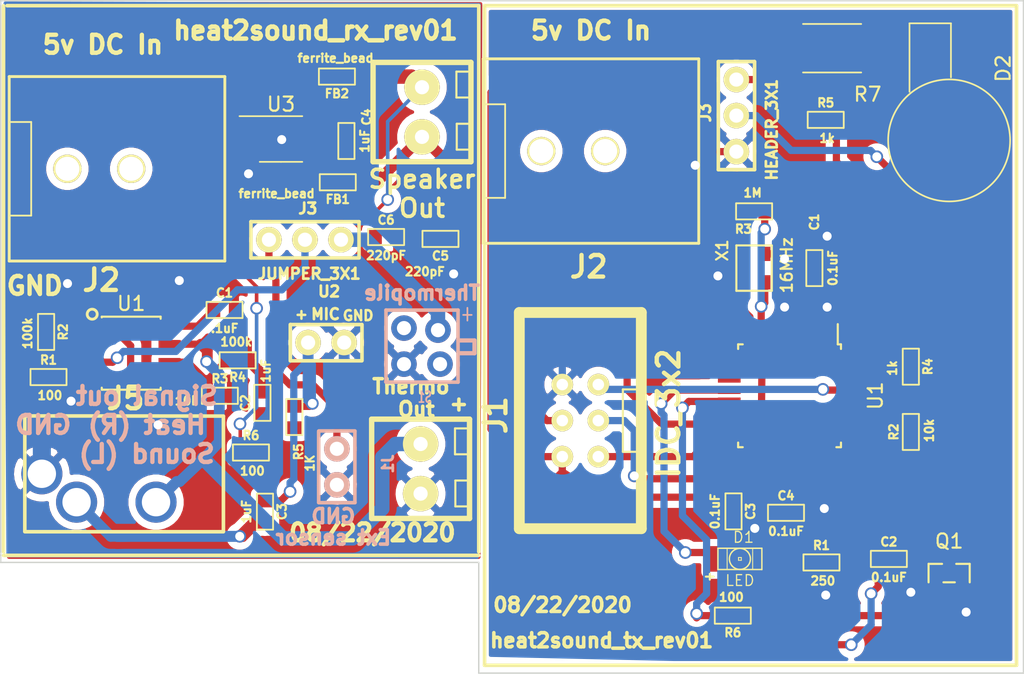
<source format=kicad_pcb>
(kicad_pcb (version 20171130) (host pcbnew 5.1.5-52549c5~86~ubuntu18.04.1)
  (title_block (date "12 jun 2010"))
  (layers (0 Component signal) (31 Copper signal) (34 B.Paste user) (35 F.Paste user) (36 B.SilkS user) (37 F.SilkS user) (38 B.Mask user) (39 F.Mask user) (44 Edge.Cuts user))
  (net 0 "")
  (net 1 GND)
  (net 2 "Net-(C1-Pad1)")
  (net 3 "Net-(C2-Pad2)")
  (net 4 "Net-(C2-Pad1)")
  (net 5 "Net-(C3-Pad2)")
  (net 6 "Net-(C3-Pad1)")
  (net 7 "Net-(C4-Pad1)")
  (net 8 "Net-(C5-Pad1)")
  (net 9 "Net-(C6-Pad1)")
  (net 10 "Net-(FB1-Pad2)")
  (net 11 "Net-(FB2-Pad2)")
  (net 12 "Net-(J1-Pad2)")
  (net 13 "Net-(J2-Pad1)")
  (net 14 "Net-(J3-Pad3)")
  (net 15 "Net-(J3-Pad2)")
  (net 16 "Net-(R1-Pad1)")
  (net 17 "Net-(R2-Pad1)")
  (net 18 "Net-(R3-Pad1)")
  (net 19 "Net-(R6-Pad1)")
  (net 20 +5V)
  (net 21 "Net-(D1-Pad2)")
  (net 22 "Net-(D1-Pad1)")
  (net 23 "Net-(D2-Pad1)")
  (net 24 "Net-(D2-Pad2)")
  (net 25 MOSI)
  (net 26 ~RESET)
  (net 27 SCLK)
  (net 28 MISO)
  (net 29 "Net-(Q1-Pad1)")
  (net 30 "Net-(R3-Pad2)")
  (net 31 RX)
  (net 32 TX)
  (net 33 PulseOut)
  (module ted_connectors:TED_HEADER_2x1 (layer Component) (at 174.75 121)
    (fp_text reference U2 (at 0.2 -3.597) (layer F.SilkS) (effects (font (size 0.762 0.762) (thickness 0.1905))))
    (fp_text value MIC (at -0.05 -2) (layer F.SilkS) (effects (font (size 0.762 0.762) (thickness 0.1905))))
    (pad 2 thru_hole circle (at 1.25984 0) (size 1.8 1.8) (drill 1) (layers *.Cu *.Mask F.SilkS) (net 1 GND))
    (pad 1 thru_hole circle (at -1.28016 0) (size 1.8 1.8) (drill 1) (layers *.Cu *.Mask F.SilkS) (net 6 "Net-(C3-Pad1)"))
  )
  (module ted_connectors:TED_HEADER_2x1 (layer Copper) (at 175.5 129.75 90)
    (fp_text reference J1 (at 0.2 3.597 90) (layer B.SilkS) (effects (font (size 0.762 0.762) (thickness 0.1905)) (justify mirror)))
    (fp_text value TERMINAL_3.5MM_PCB_2PIN hide)
    (pad 2 thru_hole circle (at 1.25984 0 90) (size 1.8 1.8) (drill 1) (layers *.Cu *.Mask B.SilkS) (net 12 "Net-(J1-Pad2)"))
    (pad 1 thru_hole circle (at -1.28016 0 90) (size 1.8 1.8) (drill 1) (layers *.Cu *.Mask B.SilkS) (net 1 GND))
  )
  (module ted_connectors:TED_3.5_Stereo_STX-3150-3N-1 (layer Component) (at 160.5 130.25)
    (fp_text reference J5 (at 0.1016 -5.3086) (layer F.SilkS) (effects (font (size 1.524 1.524) (thickness 0.3048))))
    (fp_text value 3.5_STEREO hide)
    (pad 2 thru_hole circle (at 2.25 2) (size 2.9 2.9) (drill 2) (layers *.Cu *.Mask) (net 3 "Net-(C2-Pad2)"))
    (pad 3 thru_hole circle (at -3.35 2) (size 2.9 2.9) (drill 2) (layers *.Cu *.Mask) (net 5 "Net-(C3-Pad2)"))
    (pad 1 thru_hole circle (at -5.8 0) (size 2.9 2.9) (drill 2) (layers *.Cu *.Mask) (net 1 GND))
  )
  (module ted_capacitors:TED_SM0603_C (layer Component) (at 167.58 118.7)
    (fp_text reference C1 (at 0 -1.2) (layer F.SilkS) (effects (font (size 0.6 0.6))))
    (fp_text value .1uF (at 0 1.3) (layer F.SilkS) (effects (font (size 0.6 0.6))))
    (pad 1 smd rect (at -0.75184 0) (size 0.9 1) (layers Component F.Paste F.Mask) (net 2 "Net-(C1-Pad1)") (clearance 0.1))
    (pad 2 smd rect (at 0.75184 0) (size 0.89916 1.00076) (layers Component F.Paste F.Mask) (net 1 GND) (clearance 0.1))
  )
  (module ted_capacitors:TED_SM0603_C (layer Component) (at 170.25 125.25 90)
    (fp_text reference C2 (at 0 -1.2 90) (layer F.SilkS) (effects (font (size 0.6 0.6))))
    (fp_text value 1uF (at 2.25 0.25 90) (layer F.SilkS) (effects (font (size 0.6 0.6))))
    (pad 2 smd rect (at 0.75184 0 90) (size 0.89916 1.00076) (layers Component F.Paste F.Mask) (net 3 "Net-(C2-Pad2)") (clearance 0.1))
    (pad 1 smd rect (at -0.75184 0 90) (size 0.9 1) (layers Component F.Paste F.Mask) (net 4 "Net-(C2-Pad1)") (clearance 0.1))
  )
  (module ted_capacitors:TED_SM0603_C (layer Component) (at 170.43 132.91816 270)
    (fp_text reference C3 (at 0 -1.2 90) (layer F.SilkS) (effects (font (size 0.6 0.6))))
    (fp_text value 1uF (at 0 1.3 90) (layer F.SilkS) (effects (font (size 0.6 0.6))))
    (pad 2 smd rect (at 0.75184 0 270) (size 0.89916 1.00076) (layers Component F.Paste F.Mask) (net 5 "Net-(C3-Pad2)") (clearance 0.1))
    (pad 1 smd rect (at -0.75184 0 270) (size 0.9 1) (layers Component F.Paste F.Mask) (net 6 "Net-(C3-Pad1)") (clearance 0.1))
  )
  (module ted_capacitors:TED_SM0603_C (layer Component) (at 176.17 106.79 90)
    (fp_text reference C4 (at 1.69 1.43 90) (layer F.SilkS) (effects (font (size 0.6 0.6))))
    (fp_text value 1uF (at 0 1.3 90) (layer F.SilkS) (effects (font (size 0.6 0.6))))
    (pad 1 smd rect (at -0.75184 0 90) (size 0.9 1) (layers Component F.Paste F.Mask) (net 7 "Net-(C4-Pad1)") (clearance 0.1))
    (pad 2 smd rect (at 0.75184 0 90) (size 0.89916 1.00076) (layers Component F.Paste F.Mask) (net 1 GND) (clearance 0.1))
  )
  (module ted_capacitors:TED_SM0603_C (layer Component) (at 182.80184 113.69 180)
    (fp_text reference C5 (at 0 -1.2) (layer F.SilkS) (effects (font (size 0.6 0.6))))
    (fp_text value 220pF (at 1.10184 -2.31) (layer F.SilkS) (effects (font (size 0.6 0.6))))
    (pad 2 smd rect (at 0.75184 0 180) (size 0.89916 1.00076) (layers Component F.Paste F.Mask) (net 1 GND) (clearance 0.1))
    (pad 1 smd rect (at -0.75184 0 180) (size 0.9 1) (layers Component F.Paste F.Mask) (net 8 "Net-(C5-Pad1)") (clearance 0.1))
  )
  (module ted_capacitors:TED_SM0603_C (layer Component) (at 178.97 113.56)
    (fp_text reference C6 (at 0 -1.2) (layer F.SilkS) (effects (font (size 0.6 0.6))))
    (fp_text value 220pF (at 0 1.3) (layer F.SilkS) (effects (font (size 0.6 0.6))))
    (pad 1 smd rect (at -0.75184 0) (size 0.9 1) (layers Component F.Paste F.Mask) (net 9 "Net-(C6-Pad1)") (clearance 0.1))
    (pad 2 smd rect (at 0.75184 0) (size 0.89916 1.00076) (layers Component F.Paste F.Mask) (net 1 GND) (clearance 0.1))
  )
  (module ted_resistors:TED_SM0603_R (layer Component) (at 175.56184 109.7 180)
    (fp_text reference FB1 (at 0 -1.2) (layer F.SilkS) (effects (font (size 0.6 0.6))))
    (fp_text value ferrite_bead (at 4.31184 -0.8) (layer F.SilkS) (effects (font (size 0.6 0.6))))
    (pad 1 smd rect (at -0.75184 0 180) (size 0.89916 1.00076) (layers Component F.Paste F.Mask) (net 8 "Net-(C5-Pad1)") (clearance 0.1))
    (pad 2 smd rect (at 0.75184 0 180) (size 0.89916 1.00076) (layers Component F.Paste F.Mask) (net 10 "Net-(FB1-Pad2)") (clearance 0.1))
  )
  (module ted_resistors:TED_SM0603_R (layer Component) (at 175.50184 102.25 180)
    (fp_text reference FB2 (at 0 -1.2) (layer F.SilkS) (effects (font (size 0.6 0.6))))
    (fp_text value ferrite_bead (at 0.1 1.3) (layer F.SilkS) (effects (font (size 0.6 0.6))))
    (pad 2 smd rect (at 0.75184 0 180) (size 0.89916 1.00076) (layers Component F.Paste F.Mask) (net 11 "Net-(FB2-Pad2)") (clearance 0.1))
    (pad 1 smd rect (at -0.75184 0 180) (size 0.89916 1.00076) (layers Component F.Paste F.Mask) (net 9 "Net-(C6-Pad1)") (clearance 0.1))
  )
  (module ted_connectors:TED_2.1mm_DC_SMD (layer Component) (at 160 108.75 180)
    (fp_text reference J2 (at 1.1 -7.85) (layer F.SilkS) (effects (font (size 1.524 1.524) (thickness 0.3048))))
    (fp_text value DC_2.1mm hide)
    (pad "" np_thru_hole circle (at -1.00076 0 180) (size 1.99898 1.99898) (drill 1.69926) (layers *.Cu *.Mask F.SilkS))
    (pad 1 smd rect (at 3.50012 5.4102 180) (size 1.99898 1.99898) (layers Component F.Paste F.Mask) (net 13 "Net-(J2-Pad1)"))
    (pad 1 smd rect (at -2.60096 5.4102 180) (size 1.99898 1.99898) (layers Component F.Paste F.Mask) (net 13 "Net-(J2-Pad1)"))
    (pad 2 smd rect (at 3.50012 -5.41528 180) (size 1.99898 1.99898) (layers Component F.Paste F.Mask) (net 1 GND))
    (pad 3 smd rect (at -2.60096 -5.41528 180) (size 1.99898 1.99898) (layers Component F.Paste F.Mask))
    (pad "" np_thru_hole circle (at 3.50012 0 180) (size 1.99898 1.99898) (drill 1.69926) (layers *.Cu *.Mask F.SilkS))
  )
  (module ted_connectors:TED_HEADER_3x1 (layer Component) (at 173.25 113.75)
    (fp_text reference J3 (at 0.2 -2.2) (layer F.SilkS) (effects (font (size 0.762 0.762) (thickness 0.1905))))
    (fp_text value JUMPER_3X1 (at 0.3 2.4) (layer F.SilkS) (effects (font (size 0.762 0.762) (thickness 0.1905))))
    (pad 3 thru_hole circle (at 2.54 0) (size 1.8 1.8) (drill 1) (layers *.Cu *.Mask F.SilkS) (net 14 "Net-(J3-Pad3)"))
    (pad 2 thru_hole circle (at 0 0) (size 1.8 1.8) (drill 1) (layers *.Cu *.Mask F.SilkS) (net 15 "Net-(J3-Pad2)"))
    (pad 1 thru_hole circle (at -2.54 0) (size 1.8 1.8) (drill 1) (layers *.Cu *.Mask F.SilkS) (net 12 "Net-(J1-Pad2)"))
  )
  (module ted_connectors:TED_TERMINAL_3.5MM_2PIN (layer Component) (at 181.4 129.9 270)
    (fp_text reference J4 hide)
    (fp_text value TERMINAL_3.5MM_PCB_2PIN hide)
    (pad 1 thru_hole circle (at -1.75006 0 270) (size 2.5 2.5) (drill 1) (layers *.Cu *.Mask F.SilkS) (net 3 "Net-(C2-Pad2)") (clearance 0.5))
    (pad 2 thru_hole circle (at 1.75006 0 270) (size 2.5 2.5) (drill 1) (layers *.Cu *.Mask F.SilkS) (net 1 GND) (clearance 0.5))
  )
  (module ted_connectors:TED_TERMINAL_3.5MM_2PIN (layer Component) (at 181.5 104.75 270)
    (fp_text reference J6 hide)
    (fp_text value TERMINAL_3.5MM_PCB_2PIN hide)
    (pad 1 thru_hole circle (at -1.75006 0 270) (size 2.5 2.5) (drill 1) (layers *.Cu *.Mask F.SilkS) (net 9 "Net-(C6-Pad1)") (clearance 0.5))
    (pad 2 thru_hole circle (at 1.75006 0 270) (size 2.5 2.5) (drill 1) (layers *.Cu *.Mask F.SilkS) (net 8 "Net-(C5-Pad1)") (clearance 0.5))
  )
  (module ted_resistors:TED_SM0603_R (layer Component) (at 155.17 123.43)
    (fp_text reference R1 (at 0 -1.2) (layer F.SilkS) (effects (font (size 0.6 0.6))))
    (fp_text value 100 (at 0.1 1.3) (layer F.SilkS) (effects (font (size 0.6 0.6))))
    (pad 2 smd rect (at 0.75184 0) (size 0.89916 1.00076) (layers Component F.Paste F.Mask) (net 1 GND) (clearance 0.1))
    (pad 1 smd rect (at -0.75184 0) (size 0.89916 1.00076) (layers Component F.Paste F.Mask) (net 16 "Net-(R1-Pad1)") (clearance 0.1))
  )
  (module ted_resistors:TED_SM0603_R (layer Component) (at 155 120.25 270)
    (fp_text reference R2 (at 0 -1.2 90) (layer F.SilkS) (effects (font (size 0.6 0.6))))
    (fp_text value 100k (at 0.1 1.3 90) (layer F.SilkS) (effects (font (size 0.6 0.6))))
    (pad 2 smd rect (at 0.75184 0 270) (size 0.89916 1.00076) (layers Component F.Paste F.Mask) (net 16 "Net-(R1-Pad1)") (clearance 0.1))
    (pad 1 smd rect (at -0.75184 0 270) (size 0.89916 1.00076) (layers Component F.Paste F.Mask) (net 17 "Net-(R2-Pad1)") (clearance 0.1))
  )
  (module ted_resistors:TED_SM0603_R (layer Component) (at 167.25 124.75)
    (fp_text reference R3 (at 0 -1.2) (layer F.SilkS) (effects (font (size 0.6 0.6))))
    (fp_text value 10k (at -2.35 0.35) (layer F.SilkS) (effects (font (size 0.6 0.6))))
    (pad 2 smd rect (at 0.75184 0) (size 0.89916 1.00076) (layers Component F.Paste F.Mask) (net 1 GND) (clearance 0.1))
    (pad 1 smd rect (at -0.75184 0) (size 0.89916 1.00076) (layers Component F.Paste F.Mask) (net 18 "Net-(R3-Pad1)") (clearance 0.1))
  )
  (module ted_resistors:TED_SM0603_R (layer Component) (at 168.50184 122.25 180)
    (fp_text reference R4 (at 0 -1.2) (layer F.SilkS) (effects (font (size 0.6 0.6))))
    (fp_text value 100k (at 0.1 1.3) (layer F.SilkS) (effects (font (size 0.6 0.6))))
    (pad 1 smd rect (at -0.75184 0 180) (size 0.89916 1.00076) (layers Component F.Paste F.Mask) (net 3 "Net-(C2-Pad2)") (clearance 0.1))
    (pad 2 smd rect (at 0.75184 0 180) (size 0.89916 1.00076) (layers Component F.Paste F.Mask) (net 18 "Net-(R3-Pad1)") (clearance 0.1))
  )
  (module ted_resistors:TED_SM0603_R (layer Component) (at 172.5 126.24816 90)
    (fp_text reference R5 (at -2.45184 0.3 90) (layer F.SilkS) (effects (font (size 0.6 0.6))))
    (fp_text value 1K (at -3.25184 1.1 90) (layer F.SilkS) (effects (font (size 0.6 0.6))))
    (pad 1 smd rect (at -0.75184 0 90) (size 0.89916 1.00076) (layers Component F.Paste F.Mask) (clearance 0.1))
    (pad 2 smd rect (at 0.75184 0 90) (size 0.89916 1.00076) (layers Component F.Paste F.Mask) (net 6 "Net-(C3-Pad1)") (clearance 0.1))
  )
  (module ted_resistors:TED_SM0603_R (layer Component) (at 169.44184 128.75)
    (fp_text reference R6 (at 0 -1.2) (layer F.SilkS) (effects (font (size 0.6 0.6))))
    (fp_text value 100 (at 0.1 1.3) (layer F.SilkS) (effects (font (size 0.6 0.6))))
    (pad 1 smd rect (at -0.75184 0) (size 0.89916 1.00076) (layers Component F.Paste F.Mask) (net 19 "Net-(R6-Pad1)") (clearance 0.1))
    (pad 2 smd rect (at 0.75184 0) (size 0.89916 1.00076) (layers Component F.Paste F.Mask) (net 4 "Net-(C2-Pad1)") (clearance 0.1))
  )
  (module ted_ICs:SOIC-8 (layer Component) (at 161 121.75)
    (fp_text reference U1 (at 0 -3.5) (layer F.SilkS))
    (fp_text value MCP6V02)
    (pad 1 smd rect (at -2.7 -1.905) (size 1.55 0.6) (layers Component F.Paste F.Mask) (net 17 "Net-(R2-Pad1)"))
    (pad 2 smd rect (at -2.7 -0.635) (size 1.55 0.6) (layers Component F.Paste F.Mask) (net 16 "Net-(R1-Pad1)"))
    (pad 3 smd rect (at -2.7 0.635) (size 1.55 0.6) (layers Component F.Paste F.Mask) (net 15 "Net-(J3-Pad2)"))
    (pad 4 smd rect (at -2.7 1.905) (size 1.55 0.6) (layers Component F.Paste F.Mask) (net 1 GND))
    (pad 5 smd rect (at 2.7 1.905) (size 1.55 0.6) (layers Component F.Paste F.Mask) (net 17 "Net-(R2-Pad1)"))
    (pad 6 smd rect (at 2.7 0.635) (size 1.55 0.6) (layers Component F.Paste F.Mask) (net 18 "Net-(R3-Pad1)"))
    (pad 7 smd rect (at 2.7 -0.635) (size 1.55 0.6) (layers Component F.Paste F.Mask) (net 3 "Net-(C2-Pad2)"))
    (pad 8 smd rect (at 2.7 -1.905) (size 1.55 0.6) (layers Component F.Paste F.Mask) (net 2 "Net-(C1-Pad1)"))
  )
  (module Package_SO:MSOP-8_3x3mm_P0.65mm (layer Component) (at 171.56 106.65)
    (fp_text reference U3 (at 0 -2.45) (layer F.SilkS))
    (fp_text value PAM8302A)
    (pad 1 smd roundrect (at -2.1125 -0.975) (size 1.625 0.5) (layers Component F.Paste F.Mask))
    (pad 2 smd roundrect (at -2.1125 -0.325) (size 1.625 0.5) (layers Component F.Paste F.Mask))
    (pad 3 smd roundrect (at -2.1125 0.325) (size 1.625 0.5) (layers Component F.Paste F.Mask) (net 19 "Net-(R6-Pad1)"))
    (pad 4 smd roundrect (at -2.1125 0.975) (size 1.625 0.5) (layers Component F.Paste F.Mask) (net 1 GND))
    (pad 5 smd roundrect (at 2.1125 0.975) (size 1.625 0.5) (layers Component F.Paste F.Mask) (net 10 "Net-(FB1-Pad2)"))
    (pad 6 smd roundrect (at 2.1125 0.325) (size 1.625 0.5) (layers Component F.Paste F.Mask) (net 7 "Net-(C4-Pad1)"))
    (pad 7 smd roundrect (at 2.1125 -0.325) (size 1.625 0.5) (layers Component F.Paste F.Mask) (net 1 GND))
    (pad 8 smd roundrect (at 2.1125 -0.975) (size 1.625 0.5) (layers Component F.Paste F.Mask) (net 11 "Net-(FB2-Pad2)"))
  )
  (module ted_connectors:TED_HEADER_2x2_THERMO (layer Copper) (at 181.5 121.25)
    (fp_text reference S1 (at 0.2 3.597) (layer B.SilkS) (effects (font (size 0.762 0.5) (thickness 0.125)) (justify mirror)))
    (fp_text value THERMOPILE_MLX90247 hide)
    (pad 4 thru_hole circle (at 1.27 1.27) (size 1.8 1.8) (drill 1) (layers *.Cu *.Mask))
    (pad 3 thru_hole circle (at -1.27 1.27) (size 1.8 1.8) (drill 1) (layers *.Cu *.Mask) (net 1 GND))
    (pad 2 thru_hole circle (at -1.27 -1.27) (size 1.8 1.8) (drill 1) (layers *.Cu *.Mask))
    (pad 1 thru_hole circle (at 1.127 -1.127) (size 1.8 1.8) (drill 1) (layers *.Cu *.Mask) (net 14 "Net-(J3-Pad3)"))
  )
  (module ted_ICs:TQFP-32_7x7mm_Pitch0.8mm (layer Component) (at 207.41 124.75 270)
    (fp_text reference U1 (at 0 -6.05 90) (layer F.SilkS))
    (fp_text value ATMEGA328P-AU)
    (pad 32 smd rect (at -2.8 -4.25) (size 1.6 0.55) (layers Component F.Paste F.Mask))
    (pad 31 smd rect (at -2 -4.25) (size 1.6 0.55) (layers Component F.Paste F.Mask) (net 32 TX))
    (pad 30 smd rect (at -1.2 -4.25) (size 1.6 0.55) (layers Component F.Paste F.Mask) (net 31 RX))
    (pad 29 smd rect (at -0.4 -4.25) (size 1.6 0.55) (layers Component F.Paste F.Mask) (net 26 ~RESET))
    (pad 28 smd rect (at 0.4 -4.25) (size 1.6 0.55) (layers Component F.Paste F.Mask))
    (pad 27 smd rect (at 1.2 -4.25) (size 1.6 0.55) (layers Component F.Paste F.Mask))
    (pad 26 smd rect (at 2 -4.25) (size 1.6 0.55) (layers Component F.Paste F.Mask))
    (pad 25 smd rect (at 2.8 -4.25) (size 1.6 0.55) (layers Component F.Paste F.Mask))
    (pad 24 smd rect (at 4.25 -2.8 270) (size 1.6 0.55) (layers Component F.Paste F.Mask))
    (pad 23 smd rect (at 4.25 -2 270) (size 1.6 0.55) (layers Component F.Paste F.Mask))
    (pad 22 smd rect (at 4.25 -1.2 270) (size 1.6 0.55) (layers Component F.Paste F.Mask))
    (pad 21 smd rect (at 4.25 -0.4 270) (size 1.6 0.55) (layers Component F.Paste F.Mask) (net 1 GND))
    (pad 20 smd rect (at 4.25 0.4 270) (size 1.6 0.55) (layers Component F.Paste F.Mask) (net 7 "Net-(C4-Pad1)"))
    (pad 19 smd rect (at 4.25 1.2 270) (size 1.6 0.55) (layers Component F.Paste F.Mask))
    (pad 18 smd rect (at 4.25 2 270) (size 1.6 0.55) (layers Component F.Paste F.Mask) (net 20 +5V))
    (pad 17 smd rect (at 4.25 2.8 270) (size 1.6 0.55) (layers Component F.Paste F.Mask) (net 27 SCLK))
    (pad 16 smd rect (at 2.8 4.25) (size 1.6 0.55) (layers Component F.Paste F.Mask) (net 28 MISO))
    (pad 15 smd rect (at 2 4.25) (size 1.6 0.55) (layers Component F.Paste F.Mask) (net 25 MOSI))
    (pad 14 smd rect (at 1.2 4.25) (size 1.6 0.55) (layers Component F.Paste F.Mask))
    (pad 13 smd rect (at 0.4 4.25) (size 1.6 0.55) (layers Component F.Paste F.Mask) (net 33 PulseOut))
    (pad 12 smd rect (at -0.4 4.25) (size 1.6 0.55) (layers Component F.Paste F.Mask) (net 22 "Net-(D1-Pad1)"))
    (pad 11 smd rect (at -1.2 4.25) (size 1.6 0.55) (layers Component F.Paste F.Mask))
    (pad 10 smd rect (at -2 4.25) (size 1.6 0.55) (layers Component F.Paste F.Mask))
    (pad 9 smd rect (at -2.8 4.25) (size 1.6 0.55) (layers Component F.Paste F.Mask))
    (pad 8 smd rect (at -4.25 2.8 270) (size 1.6 0.55) (layers Component F.Paste F.Mask) (net 30 "Net-(R3-Pad2)"))
    (pad 7 smd rect (at -4.25 2 270) (size 1.6 0.55) (layers Component F.Paste F.Mask) (net 18 "Net-(R3-Pad1)"))
    (pad 6 smd rect (at -4.25 1.2 270) (size 1.6 0.55) (layers Component F.Paste F.Mask) (net 20 +5V))
    (pad 5 smd rect (at -4.25 0.4 270) (size 1.6 0.55) (layers Component F.Paste F.Mask) (net 1 GND))
    (pad 4 smd rect (at -4.25 -0.4 270) (size 1.6 0.55) (layers Component F.Paste F.Mask) (net 20 +5V))
    (pad 3 smd rect (at -4.25 -1.2 270) (size 1.6 0.55) (layers Component F.Paste F.Mask) (net 1 GND))
    (pad 2 smd rect (at -4.25 -2 270) (size 1.6 0.55) (layers Component F.Paste F.Mask))
    (pad 1 smd rect (at -4.25 -2.8 270) (size 1.6 0.55) (layers Component F.Paste F.Mask))
  )
  (module ted_crystals:crystal_TSX3225 (layer Component) (at 204.91 115.75 90)
    (fp_text reference X1 (at 1.25 -2.25 90) (layer F.SilkS) (effects (font (size 0.8 0.8))))
    (fp_text value 16MHz (at 0.2 2.3 90) (layer F.SilkS) (effects (font (size 0.8 0.8))))
    (pad 3 smd rect (at 1 -0.75 90) (size 1 0.8) (layers Component F.Paste F.Mask) (net 30 "Net-(R3-Pad2)"))
    (pad 4 smd rect (at -1 -0.75 90) (size 1 0.8) (layers Component F.Paste F.Mask) (net 1 GND))
    (pad 2 smd rect (at 1 0.75 90) (size 1 0.8) (layers Component F.Paste F.Mask) (net 1 GND))
    (pad 1 smd rect (at -1 0.75 90) (size 1 0.8) (layers Component F.Paste F.Mask) (net 18 "Net-(R3-Pad1)"))
  )
  (module ted_resistors:TED_R_2512_6332Metric (layer Component) (at 210.41 100.25)
    (fp_text reference R7 (at 2.5 3.25) (layer F.SilkS))
    (fp_text value 10)
    (pad 2 smd roundrect (at 2.9 0) (size 2 3.35) (layers Component F.Paste F.Mask) (roundrect_rratio 0.185) (net 23 "Net-(D2-Pad1)"))
    (pad 1 smd roundrect (at -2.9 0) (size 2 3.35) (layers Component F.Paste F.Mask) (roundrect_rratio 0.185) (net 20 +5V))
  )
  (module ted_resistors:TED_SM0603_R (layer Component) (at 203.41 140.25 180)
    (fp_text reference R6 (at 0 -1.2) (layer F.SilkS) (effects (font (size 0.6 0.6))))
    (fp_text value 100 (at 0.1 1.3) (layer F.SilkS) (effects (font (size 0.6 0.6))))
    (pad 1 smd rect (at -0.75184 0 180) (size 0.89916 1.00076) (layers Component F.Paste F.Mask) (net 29 "Net-(Q1-Pad1)") (clearance 0.1))
    (pad 2 smd rect (at 0.75184 0 180) (size 0.89916 1.00076) (layers Component F.Paste F.Mask) (net 33 PulseOut) (clearance 0.1))
  )
  (module ted_resistors:TED_SM0603_R (layer Component) (at 209.96 105.3)
    (fp_text reference R5 (at 0 -1.2) (layer F.SilkS) (effects (font (size 0.6 0.6))))
    (fp_text value 1k (at 0.1 1.3) (layer F.SilkS) (effects (font (size 0.6 0.6))))
    (pad 1 smd rect (at -0.75184 0) (size 0.89916 1.00076) (layers Component F.Paste F.Mask) (net 14 "Net-(J3-Pad3)") (clearance 0.1))
    (pad 2 smd rect (at 0.75184 0) (size 0.89916 1.00076) (layers Component F.Paste F.Mask) (net 32 TX) (clearance 0.1))
  )
  (module ted_resistors:TED_SM0603_R (layer Component) (at 215.96 122.7 270)
    (fp_text reference R4 (at 0 -1.2 90) (layer F.SilkS) (effects (font (size 0.6 0.6))))
    (fp_text value 1k (at 0.1 1.3 90) (layer F.SilkS) (effects (font (size 0.6 0.6))))
    (pad 1 smd rect (at -0.75184 0 270) (size 0.89916 1.00076) (layers Component F.Paste F.Mask) (net 15 "Net-(J3-Pad2)") (clearance 0.1))
    (pad 2 smd rect (at 0.75184 0 270) (size 0.89916 1.00076) (layers Component F.Paste F.Mask) (net 31 RX) (clearance 0.1))
  )
  (module ted_resistors:TED_SM0603_R (layer Component) (at 204.91 111.75 180)
    (fp_text reference R3 (at 0.75 -1.25) (layer F.SilkS) (effects (font (size 0.6 0.6))))
    (fp_text value 1M (at 0.1 1.3) (layer F.SilkS) (effects (font (size 0.6 0.6))))
    (pad 1 smd rect (at -0.75184 0 180) (size 0.89916 1.00076) (layers Component F.Paste F.Mask) (net 18 "Net-(R3-Pad1)") (clearance 0.1))
    (pad 2 smd rect (at 0.75184 0 180) (size 0.89916 1.00076) (layers Component F.Paste F.Mask) (net 30 "Net-(R3-Pad2)") (clearance 0.1))
  )
  (module ted_resistors:TED_SM0603_R (layer Component) (at 215.96 127.3 90)
    (fp_text reference R2 (at 0 -1.2 90) (layer F.SilkS) (effects (font (size 0.6 0.6))))
    (fp_text value 10k (at 0.1 1.3 90) (layer F.SilkS) (effects (font (size 0.6 0.6))))
    (pad 1 smd rect (at -0.75184 0 90) (size 0.89916 1.00076) (layers Component F.Paste F.Mask) (net 20 +5V) (clearance 0.1))
    (pad 2 smd rect (at 0.75184 0 90) (size 0.89916 1.00076) (layers Component F.Paste F.Mask) (net 26 ~RESET) (clearance 0.1))
  )
  (module ted_resistors:TED_SM0603_R (layer Component) (at 209.66 136.5)
    (fp_text reference R1 (at 0 -1.2) (layer F.SilkS) (effects (font (size 0.6 0.6))))
    (fp_text value 250 (at 0.1 1.3) (layer F.SilkS) (effects (font (size 0.6 0.6))))
    (pad 1 smd rect (at -0.75184 0) (size 0.89916 1.00076) (layers Component F.Paste F.Mask) (net 21 "Net-(D1-Pad2)") (clearance 0.1))
    (pad 2 smd rect (at 0.75184 0) (size 0.89916 1.00076) (layers Component F.Paste F.Mask) (net 1 GND) (clearance 0.1))
  )
  (module ted_transistors:TED_SOT-23 (layer Component) (at 218.66 137.25)
    (fp_text reference Q1 (at 0 -2.25) (layer F.SilkS))
    (fp_text value NMOSFET_GSD hide)
    (pad 3 smd rect (at 0 -1) (size 0.8001 0.8001) (layers Component F.Paste F.Mask) (net 24 "Net-(D2-Pad2)"))
    (pad 2 smd rect (at 0.95 1) (size 0.8001 0.8001) (layers Component F.Paste F.Mask) (net 1 GND))
    (pad 1 smd rect (at -0.95 1) (size 0.8001 0.8001) (layers Component F.Paste F.Mask) (net 29 "Net-(Q1-Pad1)"))
  )
  (module ted_connectors:TED_HEADER_3x1 (layer Component) (at 203.66 105 90)
    (fp_text reference J3 (at 0.2 -2.2 90) (layer F.SilkS) (effects (font (size 0.762 0.762) (thickness 0.1905))))
    (fp_text value HEADER_3X1 (at -1 2.5 90) (layer F.SilkS) (effects (font (size 0.762 0.762) (thickness 0.1905))))
    (pad 1 thru_hole circle (at -2.54 0 90) (size 1.8 1.8) (drill 1) (layers *.Cu *.Mask F.SilkS) (net 1 GND))
    (pad 2 thru_hole circle (at 0 0 90) (size 1.8 1.8) (drill 1) (layers *.Cu *.Mask F.SilkS) (net 15 "Net-(J3-Pad2)"))
    (pad 3 thru_hole circle (at 2.54 0 90) (size 1.8 1.8) (drill 1) (layers *.Cu *.Mask F.SilkS) (net 14 "Net-(J3-Pad3)"))
  )
  (module ted_connectors:TED_2.1mm_DC_SMD (layer Component) (at 193.41 107.5 180)
    (fp_text reference J2 (at 0.15748 -8.15848) (layer F.SilkS) (effects (font (size 1.524 1.524) (thickness 0.3048))))
    (fp_text value DC_2.1mm hide)
    (pad "" np_thru_hole circle (at 3.50012 0 180) (size 1.99898 1.99898) (drill 1.69926) (layers *.Cu *.Mask F.SilkS))
    (pad 3 smd rect (at -2.60096 -5.41528 180) (size 1.99898 1.99898) (layers Component F.Paste F.Mask))
    (pad 2 smd rect (at 3.50012 -5.41528 180) (size 1.99898 1.99898) (layers Component F.Paste F.Mask) (net 1 GND))
    (pad 1 smd rect (at -2.60096 5.4102 180) (size 1.99898 1.99898) (layers Component F.Paste F.Mask) (net 20 +5V))
    (pad 1 smd rect (at 3.50012 5.4102 180) (size 1.99898 1.99898) (layers Component F.Paste F.Mask) (net 20 +5V))
    (pad "" np_thru_hole circle (at -1.00076 0 180) (size 1.99898 1.99898) (drill 1.69926) (layers *.Cu *.Mask F.SilkS))
  )
  (module ted_connectors:TED_IDC_3x2 (layer Component) (at 192.66 126.5 90)
    (fp_text reference J1 (at 0.381 -5.969 90) (layer F.SilkS) (effects (font (size 1.524 1.524) (thickness 0.3048))))
    (fp_text value IDC_3x2 (at 0.508 6.223 90) (layer F.SilkS) (effects (font (size 1.524 1.524) (thickness 0.3048))))
    (pad 2 thru_hole circle (at -2.54 -1.27 90) (size 1.524 1.524) (drill 0.8128) (layers *.Cu *.Mask F.SilkS) (net 20 +5V))
    (pad 4 thru_hole circle (at 0 -1.27 90) (size 1.524 1.524) (drill 0.8128) (layers *.Cu *.Mask F.SilkS) (net 25 MOSI))
    (pad 6 thru_hole circle (at 2.54 -1.27 90) (size 1.524 1.524) (drill 0.8128) (layers *.Cu *.Mask F.SilkS) (net 1 GND))
    (pad 5 thru_hole circle (at 2.54 1.27 90) (size 1.524 1.524) (drill 0.8128) (layers *.Cu *.Mask F.SilkS) (net 26 ~RESET))
    (pad 3 thru_hole circle (at 0 1.27 90) (size 1.524 1.524) (drill 0.8128) (layers *.Cu *.Mask F.SilkS) (net 27 SCLK))
    (pad 1 thru_hole circle (at -2.54 1.27 90) (size 1.524 1.524) (drill 0.8128) (layers *.Cu *.Mask F.SilkS) (net 28 MISO))
  )
  (module LED_SMD:LED_1W_3W_R8 (layer Component) (at 218.66 106.75 270)
    (fp_text reference D2 (at -5.08 -3.81 90) (layer F.SilkS))
    (fp_text value LED)
    (pad 3 smd circle (at 0 0 270) (size 5.7 5.7) (layers Component F.Paste F.Mask))
    (pad 1 smd rect (at -6.35 1.35 270) (size 3.5 2.7) (layers Component F.Paste F.Mask) (net 23 "Net-(D2-Pad1)"))
    (pad 2 smd rect (at 6.35 -1.35 270) (size 3.5 2.7) (layers Component F.Paste F.Mask) (net 24 "Net-(D2-Pad2)"))
  )
  (module ted_led:TED_LED-1206 (layer Component) (at 203.91 136.25)
    (fp_text reference D1 (at 0.254 -1.524) (layer F.SilkS) (effects (font (size 0.762 0.762) (thickness 0.0889))))
    (fp_text value LED (at 0 1.524) (layer F.SilkS) (effects (font (size 0.762 0.762) (thickness 0.0889))))
    (pad 2 smd rect (at 1.41986 0) (size 1.59766 1.80086) (layers Component F.Paste F.Mask) (net 21 "Net-(D1-Pad2)"))
    (pad 1 smd rect (at -1.41986 0) (size 1.59766 1.80086) (layers Component F.Paste F.Mask) (net 22 "Net-(D1-Pad1)"))
  )
  (module ted_capacitors:TED_SM0603_C (layer Component) (at 207.16 133)
    (fp_text reference C4 (at 0 -1.2) (layer F.SilkS) (effects (font (size 0.6 0.6))))
    (fp_text value 0.1uF (at 0 1.3) (layer F.SilkS) (effects (font (size 0.6 0.6))))
    (pad 1 smd rect (at -0.75184 0) (size 0.9 1) (layers Component F.Paste F.Mask) (net 7 "Net-(C4-Pad1)") (clearance 0.1))
    (pad 2 smd rect (at 0.75184 0) (size 0.89916 1.00076) (layers Component F.Paste F.Mask) (net 1 GND) (clearance 0.1))
  )
  (module ted_capacitors:TED_SM0603_C (layer Component) (at 203.46 132.9 270)
    (fp_text reference C3 (at 0 -1.2 90) (layer F.SilkS) (effects (font (size 0.6 0.6))))
    (fp_text value 0.1uF (at 0 1.3 90) (layer F.SilkS) (effects (font (size 0.6 0.6))))
    (pad 1 smd rect (at -0.75184 0 270) (size 0.9 1) (layers Component F.Paste F.Mask) (net 20 +5V) (clearance 0.1))
    (pad 2 smd rect (at 0.75184 0 270) (size 0.89916 1.00076) (layers Component F.Paste F.Mask) (net 1 GND) (clearance 0.1))
  )
  (module ted_capacitors:TED_SM0603_C (layer Component) (at 214.41 136.25)
    (fp_text reference C2 (at 0 -1.2) (layer F.SilkS) (effects (font (size 0.6 0.6))))
    (fp_text value 0.1uF (at 0 1.3) (layer F.SilkS) (effects (font (size 0.6 0.6))))
    (pad 1 smd rect (at -0.75184 0) (size 0.9 1) (layers Component F.Paste F.Mask) (net 20 +5V) (clearance 0.1))
    (pad 2 smd rect (at 0.75184 0) (size 0.89916 1.00076) (layers Component F.Paste F.Mask) (net 1 GND) (clearance 0.1))
  )
  (module ted_capacitors:TED_SM0603_C (layer Component) (at 209.16 115.75 90)
    (fp_text reference C1 (at 3.25 0 90) (layer F.SilkS) (effects (font (size 0.6 0.6))))
    (fp_text value 0.1uF (at 0 1.3 90) (layer F.SilkS) (effects (font (size 0.6 0.6))))
    (pad 1 smd rect (at -0.75184 0 90) (size 0.9 1) (layers Component F.Paste F.Mask) (net 20 +5V) (clearance 0.1))
    (pad 2 smd rect (at 0.75184 0 90) (size 0.89916 1.00076) (layers Component F.Paste F.Mask) (net 1 GND) (clearance 0.1))
  )
  (gr_line (start 151.8 136.5) (end 151.8 96.9) (layer Edge.Cuts) (width 0.09906))
  (gr_line (start 185.5 136.5) (end 151.8 136.5) (layer Edge.Cuts) (width 0.09906))
  (gr_line (start 185.5 144.3) (end 185.5 136.5) (layer Edge.Cuts) (width 0.09906))
  (gr_line (start 223.9 144.3) (end 185.5 144.3) (layer Edge.Cuts) (width 0.09906))
  (gr_line (start 223.9 96.9) (end 223.9 144.3) (layer Edge.Cuts) (width 0.09906))
  (gr_line (start 151.8 96.9) (end 223.9 96.9) (layer Edge.Cuts) (width 0.09906))
  (gr_text + (at 184.1 125.3) (layer F.SilkS) (effects (font (size 1 1) (thickness 0.25))))
  (gr_text GND (at 177 119.1) (layer F.SilkS) (effects (font (size 0.7 0.7) (thickness 0.175))))
  (gr_text + (at 173 119) (layer F.SilkS) (effects (font (size 0.7 0.7) (thickness 0.175))))
  (gr_text GND (at 175.25 133.25) (layer B.SilkS) (effects (font (size 1 1) (thickness 0.25)) (justify mirror)))
  (gr_line (start 152 135.75) (end 152 97.25) (layer F.SilkS) (width 0.254))
  (gr_line (start 185.5 136) (end 152 136) (layer F.SilkS) (width 0.254))
  (gr_line (start 185.5 97.25) (end 185.5 135.75) (layer F.SilkS) (width 0.254))
  (gr_line (start 152.25 97.25) (end 185.5 97.25) (layer F.SilkS) (width 0.254))
  (gr_text 08/22/2020 (at 178 134.4) (layer F.SilkS) (effects (font (size 1.2 1.2) (thickness 0.3))))
  (gr_text "Thermo \nOut" (at 181.1 124.9) (layer F.SilkS) (effects (font (size 1 1) (thickness 0.25))))
  (gr_text "Speaker\nOut" (at 181.5 110.5) (layer F.SilkS) (effects (font (size 1.27 1.27) (thickness 0.25))))
  (gr_text "Ext sensor" (at 175.25 134.75) (layer B.SilkS) (effects (font (size 1.016 1.016) (thickness 0.254)) (justify mirror)))
  (gr_text heat2sound_rx_rev01 (at 174 99) (layer F.SilkS) (effects (font (size 1.27 1.27) (thickness 0.3175))))
  (gr_text "Signal out\nHeat (R)\nSound (L)" (at 162.1 126.8) (layer B.SilkS) (effects (font (size 1.27 1.27) (thickness 0.3048)) (justify mirror)))
  (gr_text GND (at 154.8 126.8) (layer B.SilkS) (effects (font (size 1.27 1.27) (thickness 0.3048)) (justify mirror)))
  (gr_text GND (at 154.2 117) (layer F.SilkS) (effects (font (size 1.27 1.27) (thickness 0.3048))))
  (gr_text "5v DC In" (at 159 100) (layer F.SilkS) (effects (font (size 1.27 1.27) (thickness 0.3048))))
  (gr_text Thermopile (at 181.5 117.5) (layer B.SilkS) (effects (font (size 1 1) (thickness 0.25)) (justify mirror)))
  (gr_line (start 185.91 143.75) (end 185.91 97.25) (layer F.SilkS) (width 0.254))
  (gr_line (start 223.41 143.75) (end 185.91 143.75) (layer F.SilkS) (width 0.254))
  (gr_line (start 223.41 97.25) (end 223.41 143.75) (layer F.SilkS) (width 0.254))
  (gr_line (start 185.91 97.25) (end 223.41 97.25) (layer F.SilkS) (width 0.254))
  (gr_text 08/22/2020 (at 191.41 139.5) (layer F.SilkS) (effects (font (size 1 1) (thickness 0.25))))
  (gr_text heat2sound_tx_rev01 (at 194.16 142) (layer F.SilkS) (effects (font (size 1 1) (thickness 0.25))))
  (gr_text "5v DC In" (at 193.41 99) (layer F.SilkS) (effects (font (size 1.27 1.27) (thickness 0.3048))))
  (segment (start 155.92184 123.43) (end 155.92184 123.58184) (width 0.508) (layer Component) (net 1))
  (segment (start 155.92184 123.58184) (end 156.43 124.09) (width 0.508) (layer Component) (net 1))
  (segment (start 156.43 124.09) (end 157.72 124.09) (width 0.508) (layer Component) (net 1))
  (segment (start 158.155 123.655) (end 157.72 124.09) (width 0.508) (layer Component) (net 1))
  (segment (start 158.3 123.655) (end 158.155 123.655) (width 0.508) (layer Component) (net 1))
  (segment (start 154.7 128.199391) (end 155.91 126.989391) (width 1.27) (layer Copper) (net 1))
  (segment (start 154.7 130.25) (end 154.7 128.199391) (width 1.27) (layer Copper) (net 1))
  (via (at 156.76 125.13) (size 0.889) (drill 0.635) (layers Component Copper) (net 1))
  (segment (start 155.92184 123.43) (end 155.92184 124.29184) (width 0.508) (layer Component) (net 1))
  (segment (start 155.92184 124.29184) (end 156.76 125.13) (width 0.508) (layer Component) (net 1))
  (via (at 169.27 109.1) (size 0.889) (drill 0.635) (layers Component Copper) (net 1))
  (segment (start 169.4475 107.625) (end 169.4475 108.9225) (width 0.254) (layer Component) (net 1))
  (segment (start 169.4475 108.9225) (end 169.27 109.1) (width 0.254) (layer Component) (net 1))
  (via (at 171.61 106.69) (size 0.889) (drill 0.635) (layers Component Copper) (net 1))
  (segment (start 173.6725 106.325) (end 171.975 106.325) (width 0.254) (layer Component) (net 1))
  (segment (start 171.975 106.325) (end 171.61 106.69) (width 0.254) (layer Component) (net 1))
  (segment (start 175.41562 106.03816) (end 176.17 106.03816) (width 0.254) (layer Component) (net 1))
  (segment (start 175.14777 106.30601) (end 175.41562 106.03816) (width 0.254) (layer Component) (net 1))
  (segment (start 174.21399 106.30601) (end 175.14777 106.30601) (width 0.254) (layer Component) (net 1))
  (segment (start 174.195 106.325) (end 174.21399 106.30601) (width 0.254) (layer Component) (net 1))
  (segment (start 173.6725 106.325) (end 174.195 106.325) (width 0.254) (layer Component) (net 1))
  (segment (start 182.627 118.157) (end 181.38 116.91) (width 1.27) (layer Component) (net 1))
  (segment (start 181.38 116.91) (end 174.97 116.91) (width 1.27) (layer Component) (net 1))
  (segment (start 174.97 116.91) (end 173.48 118.4) (width 1.27) (layer Component) (net 1))
  (via (at 164.39 116.63) (size 0.889) (drill 0.635) (layers Component Copper) (net 1))
  (segment (start 167.27022 116.63) (end 164.39 116.63) (width 0.508) (layer Component) (net 1))
  (segment (start 168.33184 118.7) (end 168.33184 117.69162) (width 0.508) (layer Component) (net 1))
  (segment (start 168.33184 117.69162) (end 167.27022 116.63) (width 0.508) (layer Component) (net 1))
  (via (at 156.51 116.84) (size 0.889) (drill 0.635) (layers Component Copper) (net 1))
  (segment (start 156.49988 114.16528) (end 156.49988 116.82988) (width 1.27) (layer Component) (net 1))
  (segment (start 156.49988 116.82988) (end 156.51 116.84) (width 1.27) (layer Component) (net 1))
  (segment (start 181.92 113.56) (end 182.05 113.69) (width 0.762) (layer Component) (net 1))
  (segment (start 179.72184 113.56) (end 181.92 113.56) (width 0.762) (layer Component) (net 1))
  (segment (start 182.05 113.69) (end 182.05 114.48) (width 0.762) (layer Component) (net 1))
  (via (at 183.73 116.16) (size 0.889) (drill 0.635) (layers Component Copper) (net 1))
  (segment (start 182.05 114.48) (end 183.73 116.16) (width 0.762) (layer Component) (net 1))
  (segment (start 182.627 117.263) (end 183.73 116.16) (width 1.27) (layer Component) (net 1))
  (segment (start 168.00184 125.75838) (end 168.00184 124.75) (width 0.508) (layer Component) (net 1))
  (segment (start 164.97 126.81) (end 166.95022 126.81) (width 0.508) (layer Component) (net 1))
  (via (at 162.89 126.8) (size 0.889) (drill 0.635) (layers Component Copper) (net 1))
  (segment (start 166.95022 126.81) (end 168.00184 125.75838) (width 0.508) (layer Component) (net 1))
  (segment (start 162.89 126.8) (end 164.97 126.81) (width 0.508) (layer Component) (net 1))
  (segment (start 176.00984 122.272792) (end 176.75 123.012952) (width 0.762) (layer Copper) (net 1))
  (segment (start 176.00984 121) (end 176.00984 122.272792) (width 0.762) (layer Copper) (net 1))
  (segment (start 176.75 123.012952) (end 176.75 123.75) (width 0.762) (layer Copper) (net 1))
  (segment (start 191.39 123.96) (end 191.39 121.73) (width 0.508) (layer Copper) (net 1))
  (segment (start 189.90988 114.93077) (end 189.66 115.18065) (width 0.508) (layer Component) (net 1))
  (segment (start 189.90988 112.91528) (end 189.90988 114.93077) (width 0.508) (layer Component) (net 1))
  (segment (start 207.81 132.89816) (end 207.91184 133) (width 0.508) (layer Component) (net 1))
  (segment (start 207.81 129) (end 207.81 132.89816) (width 0.508) (layer Component) (net 1))
  (via (at 209.86 132.7) (size 0.889) (drill 0.635) (layers Component Copper) (net 1))
  (segment (start 207.91184 133) (end 209.56 133) (width 0.508) (layer Component) (net 1))
  (segment (start 209.56 133) (end 209.86 132.7) (width 0.508) (layer Component) (net 1))
  (segment (start 207.01 120.5) (end 207.01 118.55) (width 0.508) (layer Component) (net 1))
  (via (at 207.06 118.5) (size 0.889) (drill 0.635) (layers Component Copper) (net 1))
  (segment (start 207.01 118.55) (end 207.06 118.5) (width 0.508) (layer Component) (net 1))
  (segment (start 209.579644 118.5) (end 210.06 118.5) (width 0.508) (layer Component) (net 1))
  (segment (start 208.61 120.5) (end 208.61 119.469644) (width 0.508) (layer Component) (net 1))
  (via (at 210.06 118.5) (size 0.889) (drill 0.635) (layers Component Copper) (net 1))
  (segment (start 208.61 119.469644) (end 209.579644 118.5) (width 0.508) (layer Component) (net 1))
  (segment (start 205.66 114.75) (end 206.71 114.75) (width 0.508) (layer Component) (net 1))
  (via (at 207.06 115.1) (size 0.889) (drill 0.635) (layers Component Copper) (net 1))
  (segment (start 206.71 114.75) (end 207.06 115.1) (width 0.508) (layer Component) (net 1))
  (segment (start 207.16184 114.99816) (end 207.06 115.1) (width 0.508) (layer Component) (net 1))
  (segment (start 209.16 114.99816) (end 207.16184 114.99816) (width 0.508) (layer Component) (net 1))
  (segment (start 203.2625 116.75) (end 204.16 116.75) (width 0.508) (layer Component) (net 1))
  (via (at 202.36 116.3) (size 0.889) (drill 0.635) (layers Component Copper) (net 1))
  (segment (start 202.36 116.3) (end 203.2625 116.75) (width 0.508) (layer Component) (net 1))
  (segment (start 209.16 114.99816) (end 209.16 114.4) (width 0.508) (layer Component) (net 1))
  (via (at 210.06 113.5) (size 0.889) (drill 0.635) (layers Component Copper) (net 1))
  (segment (start 209.16 114.4) (end 210.06 113.5) (width 0.508) (layer Component) (net 1))
  (segment (start 202.387208 107.54) (end 201.527208 108.4) (width 0.508) (layer Component) (net 1))
  (segment (start 203.66 107.54) (end 202.387208 107.54) (width 0.508) (layer Component) (net 1))
  (via (at 200.76 108.5) (size 0.889) (drill 0.635) (layers Component Copper) (net 1))
  (segment (start 201.527208 108.4) (end 200.86 108.4) (width 0.508) (layer Component) (net 1))
  (segment (start 200.86 108.4) (end 200.76 108.5) (width 0.508) (layer Component) (net 1))
  (via (at 204.96 134.1) (size 0.889) (drill 0.635) (layers Component Copper) (net 1))
  (segment (start 203.46 133.65184) (end 204.51184 133.65184) (width 0.508) (layer Component) (net 1))
  (segment (start 204.51184 133.65184) (end 204.96 134.1) (width 0.508) (layer Component) (net 1))
  (via (at 219.86 140) (size 0.889) (drill 0.635) (layers Component Copper) (net 1))
  (segment (start 219.61 138.25) (end 219.61 139.75) (width 0.508) (layer Component) (net 1))
  (segment (start 219.61 139.75) (end 219.86 140) (width 0.508) (layer Component) (net 1))
  (segment (start 210.41184 137.05184) (end 210.41184 136.5) (width 0.508) (layer Component) (net 1))
  (via (at 209.96 138.8) (size 0.889) (drill 0.635) (layers Component Copper) (net 1))
  (segment (start 209.96 138.8) (end 210.41184 137.05184) (width 0.508) (layer Component) (net 1))
  (segment (start 215.16184 138.20184) (end 215.16184 136.25) (width 0.508) (layer Component) (net 1))
  (via (at 215.96 138.6) (size 0.889) (drill 0.635) (layers Component Copper) (net 1))
  (segment (start 215.96 138.6) (end 215.16184 138.20184) (width 0.508) (layer Component) (net 1))
  (segment (start 165.68316 119.845) (end 166.82816 118.7) (width 0.508) (layer Component) (net 2))
  (segment (start 163.7 119.845) (end 165.68316 119.845) (width 0.508) (layer Component) (net 2))
  (segment (start 163.7 121.115) (end 165.915 121.115) (width 0.508) (layer Component) (net 3))
  (segment (start 165.915 121.115) (end 166.41 120.62) (width 0.508) (layer Component) (net 3))
  (segment (start 166.41 120.62) (end 168.87 120.62) (width 0.508) (layer Component) (net 3))
  (segment (start 169.25368 121.00368) (end 169.25368 122.25) (width 0.508) (layer Component) (net 3))
  (segment (start 168.87 120.62) (end 169.25368 121.00368) (width 0.508) (layer Component) (net 3))
  (segment (start 170.25 123.24632) (end 169.25368 122.25) (width 0.762) (layer Component) (net 3))
  (segment (start 170.25 124.49816) (end 170.25 123.24632) (width 0.762) (layer Component) (net 3))
  (segment (start 164.199999 130.800001) (end 164.409999 130.800001) (width 0.762) (layer Copper) (net 3))
  (segment (start 162.75 132.25) (end 164.199999 130.800001) (width 0.762) (layer Copper) (net 3))
  (via (at 166.313271 122.339689) (size 0.889) (drill 0.635) (layers Component Copper) (net 3))
  (segment (start 167.21 128) (end 167.21 123.236418) (width 0.762) (layer Copper) (net 3))
  (segment (start 167.21 123.236418) (end 166.313271 122.339689) (width 0.762) (layer Copper) (net 3))
  (segment (start 166.36296 121.56296) (end 165.915 121.115) (width 0.762) (layer Component) (net 3))
  (segment (start 166.36296 122.29) (end 166.36296 121.56296) (width 0.762) (layer Component) (net 3))
  (segment (start 166.313271 122.339689) (end 166.36296 122.29) (width 0.762) (layer Component) (net 3))
  (segment (start 179.632234 128.14994) (end 178.7 129.082174) (width 1.016) (layer Copper) (net 3))
  (segment (start 181.4 128.14994) (end 179.632234 128.14994) (width 1.016) (layer Copper) (net 3))
  (segment (start 178.7 129.082174) (end 178.7 132.7) (width 1.016) (layer Copper) (net 3))
  (segment (start 178.7 132.7) (end 176.6 134.8) (width 1.016) (layer Copper) (net 3))
  (segment (start 171.7 134.8) (end 166.1 129.2) (width 1.016) (layer Copper) (net 3))
  (segment (start 176.6 134.8) (end 171.7 134.8) (width 1.016) (layer Copper) (net 3))
  (segment (start 164.409999 130.800001) (end 166.1 129.2) (width 0.762) (layer Copper) (net 3))
  (segment (start 166.1 129.2) (end 167.21 128) (width 0.762) (layer Copper) (net 3))
  (segment (start 170.19368 126.05816) (end 170.25 126.00184) (width 0.254) (layer Component) (net 4))
  (segment (start 170.19368 128.75) (end 170.19368 126.05816) (width 0.254) (layer Component) (net 4))
  (segment (start 170.43 133.67) (end 170.43 133.88) (width 0.508) (layer Component) (net 5))
  (via (at 168.65 134.66) (size 0.889) (drill 0.635) (layers Component Copper) (net 5))
  (segment (start 170.38 133.32) (end 168.9 134.8) (width 0.508) (layer Component) (net 5))
  (segment (start 157.15 132.25) (end 158.599999 133.699999) (width 0.762) (layer Copper) (net 5))
  (segment (start 160 134.8) (end 168.36 134.57) (width 0.508) (layer Copper) (net 5))
  (segment (start 160.14 134.66) (end 168.65 134.66) (width 0.762) (layer Copper) (net 5))
  (segment (start 169.64 133.67) (end 168.65 134.66) (width 0.762) (layer Component) (net 5))
  (segment (start 170.43 133.67) (end 169.64 133.67) (width 0.762) (layer Component) (net 5))
  (segment (start 159.56 134.66) (end 157.15 132.25) (width 0.762) (layer Copper) (net 5))
  (segment (start 168.65 134.66) (end 159.56 134.66) (width 0.762) (layer Copper) (net 5))
  (via (at 172.2 131.5) (size 0.889) (drill 0.635) (layers Component Copper) (net 6))
  (segment (start 170.43 132.16632) (end 171.53368 132.16632) (width 0.508) (layer Component) (net 6))
  (segment (start 171.53368 132.16632) (end 172.2 131.5) (width 0.508) (layer Component) (net 6))
  (segment (start 172.2 130.871383) (end 172.46 130.611383) (width 0.508) (layer Copper) (net 6))
  (segment (start 172.2 131.5) (end 172.2 130.871383) (width 0.508) (layer Copper) (net 6))
  (segment (start 172.46 123.29) (end 173.48 122.27) (width 0.508) (layer Copper) (net 6))
  (segment (start 172.46 130.611383) (end 172.46 123.29) (width 0.508) (layer Copper) (net 6))
  (via (at 173.77 125.29) (size 0.889) (drill 0.635) (layers Component Copper) (net 6))
  (segment (start 172.5 125.49632) (end 173.56368 125.49632) (width 0.508) (layer Component) (net 6))
  (segment (start 173.56368 125.49632) (end 173.77 125.29) (width 0.508) (layer Component) (net 6))
  (segment (start 173.77 122.56) (end 173.48 122.27) (width 0.508) (layer Copper) (net 6))
  (segment (start 173.77 125.29) (end 173.77 122.56) (width 0.508) (layer Copper) (net 6))
  (segment (start 173.46984 124.98984) (end 173.77 125.29) (width 0.762) (layer Copper) (net 6))
  (segment (start 173.46984 121) (end 173.46984 124.98984) (width 0.762) (layer Copper) (net 6))
  (segment (start 175.60316 106.975) (end 176.17 107.54184) (width 0.254) (layer Component) (net 7))
  (segment (start 173.6725 106.975) (end 175.60316 106.975) (width 0.254) (layer Component) (net 7))
  (segment (start 206.40816 130.90984) (end 206.40816 133) (width 0.508) (layer Component) (net 7))
  (segment (start 207.01 129) (end 207.01 130.308) (width 0.508) (layer Component) (net 7))
  (segment (start 207.01 130.308) (end 206.40816 130.90984) (width 0.508) (layer Component) (net 7))
  (segment (start 178.30006 109.7) (end 181.5 106.50006) (width 0.762) (layer Component) (net 8))
  (segment (start 176.31368 109.7) (end 178.30006 109.7) (width 0.762) (layer Component) (net 8))
  (segment (start 183.55368 108.55374) (end 181.5 106.50006) (width 0.762) (layer Component) (net 8))
  (segment (start 183.55368 113.69) (end 183.55368 108.55374) (width 0.762) (layer Component) (net 8))
  (via (at 179.08 110.92) (size 0.889) (drill 0.635) (layers Component Copper) (net 9))
  (segment (start 178.21816 113.56) (end 178.21816 111.78184) (width 0.254) (layer Component) (net 9))
  (segment (start 178.21816 111.78184) (end 179.08 110.92) (width 0.254) (layer Component) (net 9))
  (segment (start 179.08 105.41994) (end 179.99994 104.5) (width 0.254) (layer Copper) (net 9))
  (segment (start 179.08 110.92) (end 179.08 105.41994) (width 0.254) (layer Copper) (net 9))
  (segment (start 176.25368 102.25) (end 177.74994 102.25) (width 0.762) (layer Component) (net 9))
  (segment (start 180.75006 102.25) (end 181.5 102.99994) (width 1.016) (layer Component) (net 9))
  (segment (start 176.25368 102.25) (end 180.75006 102.25) (width 1.016) (layer Component) (net 9))
  (segment (start 179.99994 104.5) (end 181.5 102.99994) (width 0.254) (layer Copper) (net 9))
  (segment (start 173.6725 109.26608) (end 174.10642 109.7) (width 0.254) (layer Component) (net 10))
  (segment (start 174.10642 109.7) (end 174.81 109.7) (width 0.254) (layer Component) (net 10))
  (segment (start 173.6725 107.625) (end 173.6725 109.26608) (width 0.254) (layer Component) (net 10))
  (segment (start 174.04642 102.25) (end 174.75 102.25) (width 0.254) (layer Component) (net 11))
  (segment (start 173.6725 102.62392) (end 174.04642 102.25) (width 0.254) (layer Component) (net 11))
  (segment (start 173.6725 105.675) (end 173.6725 102.62392) (width 0.254) (layer Component) (net 11))
  (segment (start 170.71 115.022792) (end 171.2 115.512792) (width 0.508) (layer Component) (net 12))
  (segment (start 170.71 113.75) (end 170.71 115.022792) (width 0.508) (layer Component) (net 12))
  (segment (start 171.2 115.512792) (end 171.2 122.98) (width 0.508) (layer Component) (net 12))
  (segment (start 171.2 122.98) (end 172.2 123.98) (width 0.508) (layer Component) (net 12))
  (segment (start 172.2 123.98) (end 173.81 123.98) (width 0.508) (layer Component) (net 12))
  (segment (start 175.5 125.67) (end 175.5 127.99994) (width 0.508) (layer Component) (net 12))
  (segment (start 173.81 123.98) (end 175.5 125.67) (width 0.508) (layer Component) (net 12))
  (segment (start 156.49988 103.3398) (end 162.60096 103.3398) (width 1.27) (layer Component) (net 13))
  (segment (start 177.062792 113.75) (end 175.79 113.75) (width 1.016) (layer Copper) (net 14))
  (segment (start 177.526792 113.75) (end 177.062792 113.75) (width 1.016) (layer Copper) (net 14))
  (segment (start 182.627 118.850208) (end 177.526792 113.75) (width 1.016) (layer Copper) (net 14))
  (segment (start 182.627 120.123) (end 182.627 118.850208) (width 1.016) (layer Copper) (net 14))
  (segment (start 209.20816 105.3) (end 207.86 105.3) (width 0.508) (layer Component) (net 14))
  (segment (start 205.02 102.46) (end 203.66 102.46) (width 0.508) (layer Component) (net 14))
  (segment (start 207.86 105.3) (end 205.02 102.46) (width 0.508) (layer Component) (net 14))
  (via (at 160.0075 122.07) (size 0.889) (drill 0.635) (layers Component Copper) (net 15))
  (segment (start 158.3 122.385) (end 159.6925 122.385) (width 0.508) (layer Component) (net 15))
  (segment (start 159.6925 122.385) (end 160.0075 122.07) (width 0.508) (layer Component) (net 15))
  (segment (start 160.451999 121.625501) (end 164.144499 121.625501) (width 0.508) (layer Copper) (net 15))
  (segment (start 160.0075 122.07) (end 160.451999 121.625501) (width 0.508) (layer Copper) (net 15))
  (segment (start 164.144499 121.625501) (end 168.49 117.28) (width 0.508) (layer Copper) (net 15))
  (segment (start 168.49 117.28) (end 171.62 117.28) (width 0.508) (layer Copper) (net 15))
  (segment (start 173.25 115.65) (end 173.25 113.75) (width 0.508) (layer Copper) (net 15))
  (segment (start 171.62 117.28) (end 173.25 115.65) (width 0.508) (layer Copper) (net 15))
  (via (at 213.56 107.9) (size 0.889) (drill 0.635) (layers Component Copper) (net 15))
  (segment (start 215.96 121.94816) (end 215.96 110.3) (width 0.508) (layer Component) (net 15))
  (segment (start 215.96 110.3) (end 213.56 107.9) (width 0.508) (layer Component) (net 15))
  (segment (start 213.115501 107.455501) (end 207.515501 107.455501) (width 0.508) (layer Copper) (net 15))
  (segment (start 213.56 107.9) (end 213.115501 107.455501) (width 0.508) (layer Copper) (net 15))
  (segment (start 205.06 105) (end 203.66 105) (width 0.508) (layer Copper) (net 15))
  (segment (start 207.515501 107.455501) (end 205.06 105) (width 0.508) (layer Copper) (net 15))
  (segment (start 155.11316 121.115) (end 155 121.00184) (width 0.508) (layer Component) (net 16))
  (segment (start 158.3 121.115) (end 155.11316 121.115) (width 0.508) (layer Component) (net 16))
  (segment (start 154.41816 121.58368) (end 154.41816 123.43) (width 0.508) (layer Component) (net 16))
  (segment (start 155 121.00184) (end 154.41816 121.58368) (width 0.508) (layer Component) (net 16))
  (segment (start 156.67016 119.49816) (end 155 119.49816) (width 0.508) (layer Component) (net 17))
  (segment (start 158.3 119.845) (end 157.017 119.845) (width 0.508) (layer Component) (net 17))
  (segment (start 157.017 119.845) (end 156.67016 119.49816) (width 0.508) (layer Component) (net 17))
  (segment (start 159.583 119.845) (end 160.96 121.222) (width 0.508) (layer Component) (net 17))
  (segment (start 158.3 119.845) (end 159.583 119.845) (width 0.508) (layer Component) (net 17))
  (segment (start 160.96 121.222) (end 160.96 122.87) (width 0.508) (layer Component) (net 17))
  (segment (start 161.745 123.655) (end 163.7 123.655) (width 0.508) (layer Component) (net 17))
  (segment (start 160.96 122.87) (end 161.745 123.655) (width 0.508) (layer Component) (net 17))
  (segment (start 164.983 122.385) (end 166.15 123.552) (width 0.508) (layer Component) (net 18))
  (segment (start 163.7 122.385) (end 164.983 122.385) (width 0.508) (layer Component) (net 18))
  (segment (start 166.49816 123.74162) (end 166.49816 124.75) (width 0.508) (layer Component) (net 18))
  (segment (start 166.30854 123.552) (end 166.49816 123.74162) (width 0.508) (layer Component) (net 18))
  (segment (start 166.15 123.552) (end 166.30854 123.552) (width 0.508) (layer Component) (net 18))
  (segment (start 166.49816 123.50184) (end 166.49816 124.75) (width 0.508) (layer Component) (net 18))
  (segment (start 167.75 122.25) (end 166.49816 123.50184) (width 0.508) (layer Component) (net 18))
  (segment (start 205.41 120.5) (end 205.41 118.45) (width 0.508) (layer Component) (net 18))
  (segment (start 205.66 118.2) (end 205.66 116.75) (width 0.508) (layer Component) (net 18))
  (segment (start 205.41 118.45) (end 205.66 118.2) (width 0.508) (layer Component) (net 18))
  (via (at 205.41 118.45) (size 0.889) (drill 0.635) (layers Component Copper) (net 18))
  (segment (start 205.41 118.45) (end 205.41 113.25) (width 0.508) (layer Copper) (net 18))
  (via (at 205.66 113) (size 0.889) (drill 0.635) (layers Component Copper) (net 18))
  (segment (start 205.41 113.25) (end 205.66 113) (width 0.508) (layer Copper) (net 18))
  (segment (start 205.66 111.75184) (end 205.66184 111.75) (width 0.508) (layer Component) (net 18))
  (segment (start 205.66 113) (end 205.66 111.75184) (width 0.508) (layer Component) (net 18))
  (via (at 168.67 126.73) (size 0.889) (drill 0.635) (layers Component Copper) (net 19))
  (segment (start 168.69 128.75) (end 168.69 126.75) (width 0.254) (layer Component) (net 19))
  (segment (start 168.69 126.75) (end 168.67 126.73) (width 0.254) (layer Component) (net 19))
  (segment (start 168.67 126.73) (end 169.84 125.56) (width 0.254) (layer Copper) (net 19))
  (via (at 169.84 118.58) (size 0.889) (drill 0.635) (layers Component Copper) (net 19))
  (segment (start 169.84 125.56) (end 169.84 118.58) (width 0.254) (layer Copper) (net 19))
  (segment (start 168.005 106.975) (end 169.4475 106.975) (width 0.254) (layer Component) (net 19))
  (segment (start 166.95 108.03) (end 168.005 106.975) (width 0.254) (layer Component) (net 19))
  (segment (start 166.95 114.18) (end 166.95 108.03) (width 0.254) (layer Component) (net 19))
  (segment (start 169.84 118.58) (end 169.84 117.07) (width 0.254) (layer Component) (net 19))
  (segment (start 169.84 117.07) (end 166.95 114.18) (width 0.254) (layer Component) (net 19))
  (segment (start 189.90988 102.0898) (end 196.01096 102.0898) (width 0.508) (layer Component) (net 20))
  (segment (start 197.85076 100.25) (end 207.51 100.25) (width 0.508) (layer Component) (net 20))
  (segment (start 196.01096 102.0898) (end 197.85076 100.25) (width 0.508) (layer Component) (net 20))
  (segment (start 187.64039 102.0898) (end 186.36 103.37019) (width 0.508) (layer Component) (net 20))
  (segment (start 189.90988 102.0898) (end 187.64039 102.0898) (width 0.508) (layer Component) (net 20))
  (segment (start 186.36 103.37019) (end 186.36 127.1) (width 0.508) (layer Component) (net 20))
  (segment (start 188.3 129.04) (end 191.39 129.04) (width 0.508) (layer Component) (net 20))
  (segment (start 186.36 127.1) (end 188.3 129.04) (width 0.508) (layer Component) (net 20))
  (segment (start 205.41 127.692) (end 205.41 129) (width 0.508) (layer Component) (net 20))
  (segment (start 206.21 121.808) (end 205.41 122.608) (width 0.508) (layer Component) (net 20))
  (segment (start 206.21 120.5) (end 206.21 121.808) (width 0.508) (layer Component) (net 20))
  (segment (start 209.16 117.842) (end 209.16 116.50184) (width 0.508) (layer Component) (net 20))
  (segment (start 207.81 120.5) (end 207.81 119.192) (width 0.508) (layer Component) (net 20))
  (segment (start 207.81 119.192) (end 209.16 117.842) (width 0.508) (layer Component) (net 20))
  (segment (start 194.16 131.9) (end 203.76 131.9) (width 0.508) (layer Component) (net 20))
  (segment (start 191.39 129.04) (end 191.39 130.11763) (width 0.508) (layer Component) (net 20))
  (segment (start 191.39 130.11763) (end 194.16 131.9) (width 0.508) (layer Component) (net 20))
  (segment (start 213.65816 131.31126) (end 213.65816 135.242) (width 0.508) (layer Component) (net 20))
  (segment (start 213.65816 135.242) (end 213.65816 136.25) (width 0.508) (layer Component) (net 20))
  (segment (start 215.96 129.00942) (end 213.65816 131.31126) (width 0.508) (layer Component) (net 20))
  (segment (start 215.96 128.05184) (end 215.96 129.00942) (width 0.508) (layer Component) (net 20))
  (segment (start 191.39 130.11763) (end 190.96 130.54763) (width 0.508) (layer Component) (net 20))
  (segment (start 190.96 130.54763) (end 190.96 136) (width 0.508) (layer Component) (net 20))
  (segment (start 190.96 136) (end 197.26 142.3) (width 0.508) (layer Component) (net 20))
  (segment (start 197.26 142.3) (end 211.76 142.3) (width 0.508) (layer Component) (net 20))
  (via (at 213.16 138.7) (size 0.889) (drill 0.635) (layers Component Copper) (net 20))
  (segment (start 213.65816 136.25) (end 213.65816 138.20184) (width 0.508) (layer Component) (net 20))
  (segment (start 213.65816 138.20184) (end 213.16 138.7) (width 0.508) (layer Component) (net 20))
  (via (at 211.76 142.3) (size 0.889) (drill 0.635) (layers Component Copper) (net 20))
  (segment (start 213.16 138.7) (end 213.16 140.9) (width 0.508) (layer Copper) (net 20))
  (segment (start 213.16 140.9) (end 211.76 142.3) (width 0.508) (layer Copper) (net 20))
  (segment (start 205.41 130.19816) (end 203.46 132.14816) (width 0.508) (layer Component) (net 20))
  (segment (start 205.41 129) (end 205.41 130.19816) (width 0.508) (layer Component) (net 20))
  (segment (start 207.81 120.5) (end 207.81 122.05) (width 0.508) (layer Component) (net 20))
  (segment (start 206.76 123.1) (end 205.46 123.1) (width 0.508) (layer Component) (net 20))
  (segment (start 205.41 122.608) (end 205.46 123.1) (width 0.508) (layer Component) (net 20))
  (segment (start 207.81 122.05) (end 206.76 123.1) (width 0.508) (layer Component) (net 20))
  (segment (start 205.46 123.1) (end 205.41 127.692) (width 0.508) (layer Component) (net 20))
  (segment (start 205.57986 136.5) (end 205.32986 136.25) (width 0.508) (layer Component) (net 21))
  (segment (start 208.90816 136.5) (end 205.57986 136.5) (width 0.508) (layer Component) (net 21))
  (segment (start 202.693001 124.333001) (end 201.226999 124.333001) (width 0.508) (layer Component) (net 22))
  (segment (start 203.16 124.35) (end 202.71 124.35) (width 0.508) (layer Component) (net 22))
  (segment (start 202.71 124.35) (end 202.693001 124.333001) (width 0.508) (layer Component) (net 22))
  (segment (start 203.16 124.35) (end 199.31 124.35) (width 0.508) (layer Component) (net 22))
  (via (at 198.36 125.3) (size 0.889) (drill 0.635) (layers Component Copper) (net 22))
  (segment (start 199.31 124.35) (end 198.36 125.3) (width 0.508) (layer Component) (net 22))
  (segment (start 198.36 125.928617) (end 198.56 126.128617) (width 0.508) (layer Copper) (net 22))
  (segment (start 198.36 125.3) (end 198.36 125.928617) (width 0.508) (layer Copper) (net 22))
  (via (at 200.06 135.8) (size 0.889) (drill 0.635) (layers Component Copper) (net 22))
  (segment (start 198.56 126.128617) (end 198.56 134.3) (width 0.508) (layer Copper) (net 22))
  (segment (start 198.56 134.3) (end 200.06 135.8) (width 0.508) (layer Copper) (net 22))
  (segment (start 202.04014 135.8) (end 202.49014 136.25) (width 0.508) (layer Component) (net 22))
  (segment (start 200.06 135.8) (end 202.04014 135.8) (width 0.508) (layer Component) (net 22))
  (segment (start 217.16 100.25) (end 217.31 100.4) (width 0.508) (layer Component) (net 23))
  (segment (start 213.31 100.25) (end 217.16 100.25) (width 0.508) (layer Component) (net 23))
  (segment (start 218.66 136.25) (end 218.66 135.34195) (width 0.508) (layer Component) (net 24))
  (segment (start 220.01 133.99195) (end 220.01 113.1) (width 0.508) (layer Component) (net 24))
  (segment (start 218.66 135.34195) (end 220.01 133.99195) (width 0.508) (layer Component) (net 24))
  (segment (start 190.31237 126.5) (end 191.39 126.5) (width 0.508) (layer Component) (net 25))
  (segment (start 188.643991 124.831621) (end 190.31237 126.5) (width 0.508) (layer Component) (net 25))
  (segment (start 188.643991 121.809155) (end 188.643991 124.831621) (width 0.508) (layer Component) (net 25))
  (segment (start 203.16 126.75) (end 198.400298 126.75) (width 0.508) (layer Component) (net 25))
  (segment (start 194.173991 121.213991) (end 189.239155 121.213991) (width 0.508) (layer Component) (net 25))
  (segment (start 189.239155 121.213991) (end 188.643991 121.809155) (width 0.508) (layer Component) (net 25))
  (segment (start 195.96 123) (end 194.173991 121.213991) (width 0.508) (layer Component) (net 25))
  (segment (start 198.400298 126.75) (end 195.96 124.309702) (width 0.508) (layer Component) (net 25))
  (segment (start 195.96 124.309702) (end 195.96 123) (width 0.508) (layer Component) (net 25))
  (via (at 209.76 124.3) (size 0.889) (drill 0.635) (layers Component Copper) (net 26))
  (segment (start 211.66 124.35) (end 209.81 124.35) (width 0.508) (layer Component) (net 26))
  (segment (start 209.81 124.35) (end 209.76 124.3) (width 0.508) (layer Component) (net 26))
  (segment (start 194.27 124.3) (end 193.93 123.96) (width 0.508) (layer Copper) (net 26))
  (segment (start 209.76 124.3) (end 194.27 124.3) (width 0.508) (layer Copper) (net 26))
  (segment (start 212.968 124.35) (end 214.06 125.442) (width 0.508) (layer Component) (net 26))
  (segment (start 211.66 124.35) (end 212.968 124.35) (width 0.508) (layer Component) (net 26))
  (segment (start 214.06 125.442) (end 214.06 126.1) (width 0.508) (layer Component) (net 26))
  (segment (start 214.50816 126.54816) (end 215.96 126.54816) (width 0.508) (layer Component) (net 26))
  (segment (start 214.06 126.1) (end 214.50816 126.54816) (width 0.508) (layer Component) (net 26))
  (segment (start 203.827 129) (end 202.227 130.6) (width 0.508) (layer Component) (net 27))
  (segment (start 204.61 129) (end 203.827 129) (width 0.508) (layer Component) (net 27))
  (via (at 196.46 130.4) (size 0.889) (drill 0.635) (layers Component Copper) (net 27))
  (segment (start 202.227 130.6) (end 196.66 130.6) (width 0.508) (layer Component) (net 27))
  (segment (start 196.66 130.6) (end 196.46 130.4) (width 0.508) (layer Component) (net 27))
  (segment (start 195.76 126.5) (end 193.93 126.5) (width 0.508) (layer Copper) (net 27))
  (segment (start 196.46 130.4) (end 196.46 127.2) (width 0.508) (layer Copper) (net 27))
  (segment (start 196.46 127.2) (end 195.76 126.5) (width 0.508) (layer Copper) (net 27))
  (segment (start 202.81 127.55) (end 202.76 127.6) (width 0.508) (layer Component) (net 28))
  (segment (start 203.16 127.55) (end 202.81 127.55) (width 0.508) (layer Component) (net 28))
  (segment (start 202.76 127.6) (end 202.06 127.6) (width 0.508) (layer Component) (net 28))
  (segment (start 202.06 127.6) (end 200.76 128.9) (width 0.508) (layer Component) (net 28))
  (segment (start 201.96 127.6) (end 200.76 128.9) (width 0.508) (layer Component) (net 28))
  (segment (start 200.62 129.04) (end 193.93 129.04) (width 0.508) (layer Component) (net 28))
  (segment (start 200.76 128.9) (end 200.62 129.04) (width 0.508) (layer Component) (net 28))
  (segment (start 217.71 139.15805) (end 217.71 138.25) (width 0.508) (layer Component) (net 29))
  (segment (start 216.61805 140.25) (end 217.71 139.15805) (width 0.508) (layer Component) (net 29))
  (segment (start 204.16184 140.25) (end 216.61805 140.25) (width 0.508) (layer Component) (net 29))
  (segment (start 204.16 111.75184) (end 204.15816 111.75) (width 0.508) (layer Component) (net 30))
  (segment (start 204.16 114.75) (end 204.16 111.75184) (width 0.508) (layer Component) (net 30))
  (segment (start 202.71 114.75) (end 204.16 114.75) (width 0.508) (layer Component) (net 30))
  (segment (start 204.61 119.192) (end 204.318 118.9) (width 0.508) (layer Component) (net 30))
  (segment (start 204.61 120.5) (end 204.61 119.192) (width 0.508) (layer Component) (net 30))
  (segment (start 203.36 118.9) (end 201.36 117.2) (width 0.508) (layer Component) (net 30))
  (segment (start 201.36 115.4) (end 202.71 114.75) (width 0.508) (layer Component) (net 30))
  (segment (start 204.318 118.9) (end 203.36 118.9) (width 0.508) (layer Component) (net 30))
  (segment (start 201.36 117.2) (end 201.36 115.4) (width 0.508) (layer Component) (net 30))
  (segment (start 215.86184 123.55) (end 215.96 123.45184) (width 0.508) (layer Component) (net 31))
  (segment (start 211.66 123.55) (end 215.86184 123.55) (width 0.508) (layer Component) (net 31))
  (segment (start 211.66 122.75) (end 213.31 122.75) (width 0.508) (layer Component) (net 32))
  (segment (start 213.31 122.75) (end 213.56 122.5) (width 0.508) (layer Component) (net 32))
  (segment (start 213.56 122.5) (end 213.56 111.1) (width 0.508) (layer Component) (net 32))
  (segment (start 210.71184 108.25184) (end 210.71184 105.3) (width 0.508) (layer Component) (net 32))
  (segment (start 213.56 111.1) (end 210.71184 108.25184) (width 0.508) (layer Component) (net 32))
  (via (at 199.86 125.6) (size 0.889) (drill 0.635) (layers Component Copper) (net 33))
  (segment (start 203.16 125.15) (end 200.31 125.15) (width 0.508) (layer Component) (net 33))
  (segment (start 200.31 125.15) (end 199.86 125.6) (width 0.508) (layer Component) (net 33))
  (segment (start 199.86 125.6) (end 199.86 133.2) (width 0.508) (layer Copper) (net 33))
  (segment (start 199.86 133.2) (end 200.96 134.3) (width 0.508) (layer Copper) (net 33))
  (segment (start 200.96 134.3) (end 201.56 134.9) (width 0.508) (layer Copper) (net 33))
  (segment (start 201.56 134.9) (end 201.56 138.7) (width 0.508) (layer Copper) (net 33))
  (via (at 200.86 140.1) (size 0.889) (drill 0.635) (layers Component Copper) (net 33))
  (segment (start 201.56 138.7) (end 200.86 139.4) (width 0.508) (layer Copper) (net 33))
  (segment (start 200.86 139.4) (end 200.86 140.1) (width 0.508) (layer Copper) (net 33))
  (segment (start 200.86 140.1) (end 200.86 140.4) (width 0.508) (layer Component) (net 33))
  (segment (start 201.01 140.25) (end 202.65816 140.25) (width 0.508) (layer Component) (net 33))
  (segment (start 200.86 140.4) (end 201.01 140.25) (width 0.508) (layer Component) (net 33))
  (zone (net 1) (net_name GND) (layer Copper) (connect_pads (clearance 0.5)) (min_thickness 0.254) (fill yes (arc_segments 16) (thermal_gap 0.508) (thermal_bridge_width 0.508))
    (polygon (pts (xy 185.5 136.25) (xy 185.6488 97.05918) (xy 152 96.95428) (xy 152.2024 136.13405)))
  )
  (zone (net 1) (net_name GND) (layer Copper) (connect_pads (clearance 0.5)) (min_thickness 0.254) (fill yes (arc_segments 16) (thermal_gap 0.508) (thermal_bridge_width 0.508))
    (polygon (pts (xy 223.66 144) (xy 223.7374 97.12286) (xy 185.5826 97.07714) (xy 185.7552 143.145)))
  )
  (zone (net 1) (net_name GND) (layer Component) (connect_pads (clearance 0.5)) (min_thickness 0.254) (fill yes (arc_segments 16) (thermal_gap 0.508) (thermal_bridge_width 0.508))
    (polygon (pts (xy 223.66 144) (xy 185.66 144) (xy 185.66 97) (xy 223.66 97)))
  )
  (zone (net 1) (net_name GND) (layer Component) (connect_pads (clearance 0.5)) (min_thickness 0.254) (fill yes (arc_segments 16) (thermal_gap 0.508) (thermal_bridge_width 0.508))
    (polygon (pts (xy 185.625 136.25) (xy 152.25 136.25) (xy 152 97) (xy 185.75 97)))
  )
)
</source>
